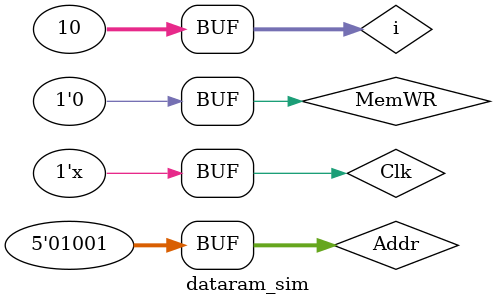
<source format=v>
`timescale 1ns / 1ps


module dataram_sim(

    );
    reg [4:0] Addr;
    wire [31:0] DataIn;
    reg [31:0] DataOut;
    reg Clk;
    reg MemWR;
    
    DataRAM #(5, 32) exm(Addr, DataIn, MemWR, Clk, DataOut);
    
    always begin
    #5 Clk <= ~Clk;
    end
    integer i;
    initial begin
    #0 Clk = 0;
    MemWR = 1;
    for(i=0;i<10;i=i+1) begin
    Addr = i;
    #10;
    end
    MemWR = 0;
    end
    endmodule

</source>
